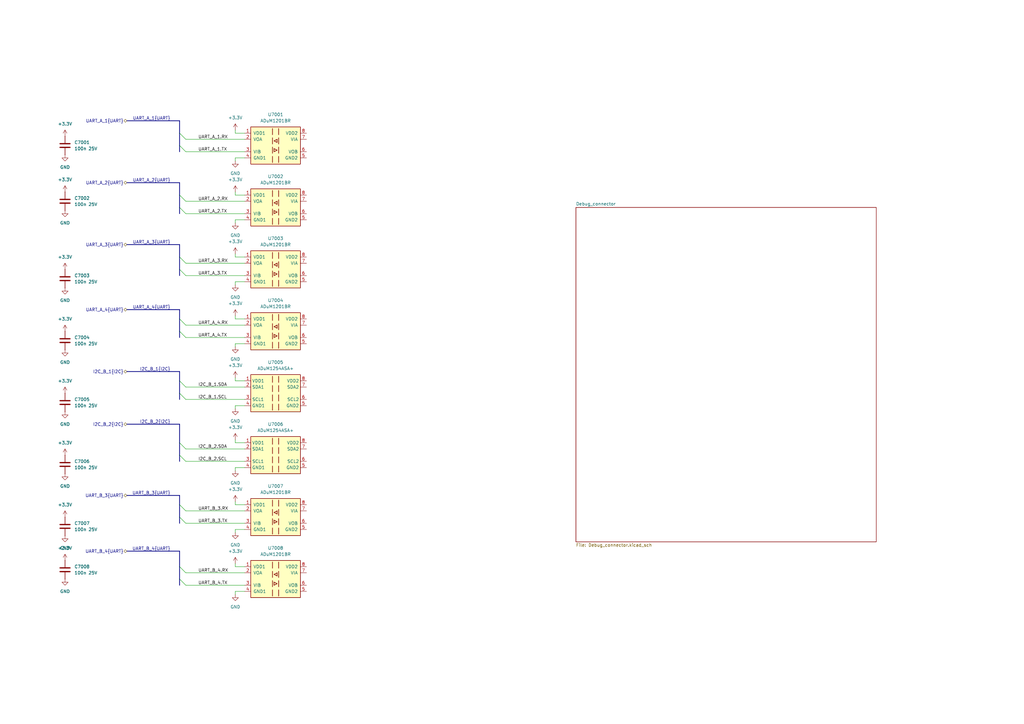
<source format=kicad_sch>
(kicad_sch (version 20231120) (generator "eeschema") (generator_version "8.0")
  (paper "A3")
  (lib_symbols
    (symbol "bt_capacitor:C;M;100n;10p;25V;S;0603" (pin_numbers hide) (pin_names (offset 0.254))
      (property "Reference" "C" (at 0.635 2.54 0))
      (property "Value" "100n 25V" (at 4.635 -2.54 0))
      (symbol "C;M;100n;10p;25V;S;0603_0_1"
        (polyline (pts (xy -2.032 -0.762) (xy 2.032 -0.762)) (stroke (width 0.508)))
        (polyline (pts (xy -2.032 0.762) (xy 2.032 0.762)) (stroke (width 0.508)))
      )
      (symbol "C;M;100n;10p;25V;S;0603_1_1"
        (pin passive line (at 0 3.81 270) (length 2.794) (name "~") (number "1"))
        (pin passive line (at 0 -3.81 90) (length 2.794) (name "~") (number "2"))
      )
    )
    (symbol "bt_communication:ADuM1201BR" (pin_names (offset 1.016))
      (property "Reference" "U" (at -10.16 8.89 0))
      (property "Value" "ADuM1201BR" (at -2.032 8.89 0))
      (symbol "ADuM1201BR_0_1"
        (rectangle (start -10.16 7.62) (end 10.16 -7.62) (stroke (width 0.254)) (fill (type background)))
        (polyline (pts (xy -1.27 -4.445) (xy -1.27 -6.985)) (stroke (width 0.254)))
        (polyline (pts (xy -1.27 -0.635) (xy -1.27 -3.175)) (stroke (width 0.254)))
        (polyline (pts (xy -1.27 3.175) (xy -1.27 0.635)) (stroke (width 0.254)))
        (polyline (pts (xy -1.27 6.985) (xy -1.27 4.445)) (stroke (width 0.254)))
        (polyline (pts (xy 1.27 -4.445) (xy 1.27 -6.985)) (stroke (width 0.254)))
        (polyline (pts (xy 1.27 -0.635) (xy 1.27 -3.175)) (stroke (width 0.254)))
        (polyline (pts (xy 1.27 3.175) (xy 1.27 0.635)) (stroke (width 0.254)))
        (polyline (pts (xy 1.27 6.985) (xy 1.27 4.445)) (stroke (width 0.254)))
        (polyline (pts (xy -0.635 -1.27) (xy -0.635 -2.54) (xy 0.635 -1.905) (xy -0.635 -1.27)) (stroke (width 0.254)))
        (polyline (pts (xy 0.635 2.54) (xy 0.635 1.27) (xy -0.635 1.905) (xy 0.635 2.54)) (stroke (width 0.254)))
      )
      (symbol "ADuM1201BR_1_1"
        (pin power_in line (at -12.7 5.08 0) (length 2.54) (name "VDD1") (number "1"))
        (pin output line (at -12.7 2.54 0) (length 2.54) (name "VOA") (number "2"))
        (pin input line (at -12.7 -2.54 0) (length 2.54) (name "VIB") (number "3"))
        (pin power_in line (at -12.7 -5.08 0) (length 2.54) (name "GND1") (number "4"))
        (pin power_in line (at 12.7 -5.08 180) (length 2.54) (name "GND2") (number "5"))
        (pin output line (at 12.7 -2.54 180) (length 2.54) (name "VOB") (number "6"))
        (pin input line (at 12.7 2.54 180) (length 2.54) (name "VIA") (number "7"))
        (pin power_in line (at 12.7 5.08 180) (length 2.54) (name "VDD2") (number "8"))
      )
    )
    (symbol "bt_communication:ADuM1254ASA+"
      (property "Reference" "U" (at -10.16 8.89 0))
      (property "Value" "ADuM1254ASA+" (at -2.032 8.89 0))
      (symbol "ADuM1254ASA+_0_1"
        (rectangle (start -10.16 7.62) (end 10.16 -7.62) (stroke (width 0.254)) (fill (type background)))
        (polyline (pts (xy -1.27 -4.445) (xy -1.27 -6.985)) (stroke (width 0.254)))
        (polyline (pts (xy -1.27 -0.635) (xy -1.27 -3.175)) (stroke (width 0.254)))
        (polyline (pts (xy -1.27 3.175) (xy -1.27 0.635)) (stroke (width 0.254)))
        (polyline (pts (xy -1.27 6.985) (xy -1.27 4.445)) (stroke (width 0.254)))
        (polyline (pts (xy 1.27 -4.445) (xy 1.27 -6.985)) (stroke (width 0.254)))
        (polyline (pts (xy 1.27 -0.635) (xy 1.27 -3.175)) (stroke (width 0.254)))
        (polyline (pts (xy 1.27 3.175) (xy 1.27 0.635)) (stroke (width 0.254)))
        (polyline (pts (xy 1.27 6.985) (xy 1.27 4.445)) (stroke (width 0.254)))
      )
      (symbol "ADuM1254ASA+_1_1"
        (pin power_in line (at -12.7 5.08 0) (length 2.54) (name "VDD1") (number "1"))
        (pin bidirectional line (at -12.7 2.54 0) (length 2.54) (name "SDA1") (number "2"))
        (pin bidirectional line (at -12.7 -2.54 0) (length 2.54) (name "SCL1") (number "3"))
        (pin power_in line (at -12.7 -5.08 0) (length 2.54) (name "GND1") (number "4"))
        (pin power_in line (at 12.7 -5.08 180) (length 2.54) (name "GND2") (number "5"))
        (pin bidirectional line (at 12.7 -2.54 180) (length 2.54) (name "SCL2") (number "6"))
        (pin bidirectional line (at 12.7 2.54 180) (length 2.54) (name "SDA2") (number "7"))
        (pin power_in line (at 12.7 5.08 180) (length 2.54) (name "VDD2") (number "8"))
      )
    )
    (symbol "power:+3.3V" (power) (pin_numbers hide) (pin_names (offset 0) hide)
      (property "Value" "+3.3V" (at 0 3.556 0))
      (symbol "+3.3V_0_1"
        (polyline (pts (xy -0.762 1.27) (xy 0 2.54)))
        (polyline (pts (xy 0 0) (xy 0 2.54)))
        (polyline (pts (xy 0 2.54) (xy 0.762 1.27)))
      )
      (symbol "+3.3V_1_1"
        (pin power_in line (at 0 0 90) (length 0) (name "~") (number "1"))
      )
    )
    (symbol "power:GND" (power) (pin_numbers hide) (pin_names (offset 0) hide)
      (property "Value" "GND" (at 0 -3.81 0))
      (symbol "GND_0_1"
        (polyline (pts (xy 0 0) (xy 0 -1.27) (xy 1.27 -1.27) (xy 0 -2.54) (xy -1.27 -1.27) (xy 0 -1.27)))
      )
      (symbol "GND_1_1"
        (pin power_in line (at 0 0 270) (length 0) (name "~") (number "1"))
      )
    )
  )
  (bus_alias "I2C" (members "SCL" "SDA"))
  (bus_entry (at 73.66 207.01) (size 2.54 2.54))
  (bus_entry (at 73.66 130.81) (size 2.54 2.54))
  (bus_entry (at 73.66 232.41) (size 2.54 2.54))
  (bus_entry (at 73.66 110.49) (size 2.54 2.54))
  (bus_entry (at 73.66 156.21) (size 2.54 2.54))
  (bus_entry (at 73.66 181.61) (size 2.54 2.54))
  (bus_entry (at 73.66 85.09) (size 2.54 2.54))
  (bus_entry (at 73.66 80.01) (size 2.54 2.54))
  (bus_entry (at 73.66 186.69) (size 2.54 2.54))
  (bus_entry (at 73.66 212.09) (size 2.54 2.54))
  (bus_entry (at 73.66 54.61) (size 2.54 2.54))
  (bus_entry (at 73.66 161.29) (size 2.54 2.54))
  (bus_entry (at 73.66 59.69) (size 2.54 2.54))
  (bus_entry (at 73.66 105.41) (size 2.54 2.54))
  (bus_entry (at 73.66 237.49) (size 2.54 2.54))
  (bus_entry (at 73.66 135.89) (size 2.54 2.54))
  (wire (pts (xy 96.52 53.34) (xy 96.52 54.61)))
  (bus (pts (xy 73.66 232.41) (xy 73.66 237.49)))
  (wire (pts (xy 76.2 113.03) (xy 100.33 113.03)))
  (wire (pts (xy 96.52 191.77) (xy 96.52 193.04)))
  (wire (pts (xy 100.33 242.57) (xy 96.52 242.57)))
  (bus (pts (xy 52.07 127) (xy 73.66 127)))
  (bus (pts (xy 73.66 203.2) (xy 73.66 207.01)))
  (wire (pts (xy 96.52 231.14) (xy 96.52 232.41)))
  (wire (pts (xy 76.2 57.15) (xy 100.33 57.15)))
  (wire (pts (xy 76.2 158.75) (xy 100.33 158.75)))
  (wire (pts (xy 76.2 62.23) (xy 100.33 62.23)))
  (wire (pts (xy 100.33 217.17) (xy 96.52 217.17)))
  (bus (pts (xy 52.07 100.33) (xy 73.66 100.33)))
  (bus (pts (xy 73.66 49.53) (xy 73.66 54.61)))
  (bus (pts (xy 73.66 156.21) (xy 73.66 161.29)))
  (bus (pts (xy 73.66 181.61) (xy 73.66 186.69)))
  (wire (pts (xy 76.2 133.35) (xy 100.33 133.35)))
  (wire (pts (xy 96.52 140.97) (xy 96.52 142.24)))
  (wire (pts (xy 76.2 87.63) (xy 100.33 87.63)))
  (wire (pts (xy 100.33 166.37) (xy 96.52 166.37)))
  (bus (pts (xy 52.07 152.4) (xy 73.66 152.4)))
  (wire (pts (xy 76.2 240.03) (xy 100.33 240.03)))
  (wire (pts (xy 96.52 154.94) (xy 96.52 156.21)))
  (bus (pts (xy 73.66 85.09) (xy 73.66 87.63)))
  (wire (pts (xy 96.52 90.17) (xy 96.52 91.44)))
  (bus (pts (xy 73.66 80.01) (xy 73.66 85.09)))
  (bus (pts (xy 73.66 212.09) (xy 73.66 214.63)))
  (wire (pts (xy 76.2 214.63) (xy 100.33 214.63)))
  (wire (pts (xy 100.33 54.61) (xy 96.52 54.61)))
  (wire (pts (xy 96.52 64.77) (xy 96.52 66.04)))
  (bus (pts (xy 73.66 237.49) (xy 73.66 240.03)))
  (wire (pts (xy 96.52 78.74) (xy 96.52 80.01)))
  (bus (pts (xy 52.07 203.2) (xy 73.66 203.2)))
  (bus (pts (xy 73.66 135.89) (xy 73.66 138.43)))
  (wire (pts (xy 76.2 234.95) (xy 100.33 234.95)))
  (wire (pts (xy 100.33 90.17) (xy 96.52 90.17)))
  (bus (pts (xy 73.66 207.01) (xy 73.66 212.09)))
  (wire (pts (xy 96.52 242.57) (xy 96.52 243.84)))
  (bus (pts (xy 73.66 186.69) (xy 73.66 189.23)))
  (bus (pts (xy 73.66 110.49) (xy 73.66 113.03)))
  (wire (pts (xy 96.52 205.74) (xy 96.52 207.01)))
  (bus (pts (xy 73.66 226.06) (xy 73.66 232.41)))
  (wire (pts (xy 100.33 115.57) (xy 96.52 115.57)))
  (wire (pts (xy 76.2 184.15) (xy 100.33 184.15)))
  (bus (pts (xy 52.07 74.93) (xy 73.66 74.93)))
  (bus (pts (xy 73.66 74.93) (xy 73.66 80.01)))
  (wire (pts (xy 76.2 107.95) (xy 100.33 107.95)))
  (wire (pts (xy 96.52 104.14) (xy 96.52 105.41)))
  (wire (pts (xy 96.52 166.37) (xy 96.52 167.64)))
  (wire (pts (xy 76.2 163.83) (xy 100.33 163.83)))
  (wire (pts (xy 96.52 129.54) (xy 96.52 130.81)))
  (wire (pts (xy 96.52 180.34) (xy 96.52 181.61)))
  (wire (pts (xy 100.33 80.01) (xy 96.52 80.01)))
  (bus (pts (xy 73.66 59.69) (xy 73.66 62.23)))
  (wire (pts (xy 100.33 156.21) (xy 96.52 156.21)))
  (bus (pts (xy 73.66 127) (xy 73.66 130.81)))
  (wire (pts (xy 100.33 181.61) (xy 96.52 181.61)))
  (wire (pts (xy 76.2 138.43) (xy 100.33 138.43)))
  (bus (pts (xy 73.66 152.4) (xy 73.66 156.21)))
  (wire (pts (xy 76.2 82.55) (xy 100.33 82.55)))
  (bus (pts (xy 52.07 173.99) (xy 73.66 173.99)))
  (bus (pts (xy 73.66 130.81) (xy 73.66 135.89)))
  (bus (pts (xy 52.07 226.06) (xy 73.66 226.06)))
  (wire (pts (xy 100.33 207.01) (xy 96.52 207.01)))
  (wire (pts (xy 100.33 130.81) (xy 96.52 130.81)))
  (wire (pts (xy 100.33 232.41) (xy 96.52 232.41)))
  (bus (pts (xy 73.66 105.41) (xy 73.66 110.49)))
  (wire (pts (xy 100.33 191.77) (xy 96.52 191.77)))
  (wire (pts (xy 96.52 217.17) (xy 96.52 218.44)))
  (bus (pts (xy 73.66 100.33) (xy 73.66 105.41)))
  (bus (pts (xy 73.66 54.61) (xy 73.66 59.69)))
  (bus (pts (xy 73.66 161.29) (xy 73.66 163.83)))
  (bus (pts (xy 52.07 49.53) (xy 73.66 49.53)))
  (bus (pts (xy 73.66 173.99) (xy 73.66 181.61)))
  (wire (pts (xy 100.33 105.41) (xy 96.52 105.41)))
  (wire (pts (xy 100.33 140.97) (xy 96.52 140.97)))
  (wire (pts (xy 100.33 64.77) (xy 96.52 64.77)))
  (wire (pts (xy 76.2 209.55) (xy 100.33 209.55)))
  (wire (pts (xy 96.52 115.57) (xy 96.52 116.84)))
  (wire (pts (xy 76.2 189.23) (xy 100.33 189.23)))
  (label "UART_A_1.RX" (at 81.28 57.15 0))
  (label "UART_A_3{UART}" (at 69.85 100.33 180))
  (label "UART_A_1.TX" (at 81.28 62.23 0))
  (label "I2C_B_1.SCL" (at 81.28 163.83 0))
  (label "I2C_B_1{I2C}" (at 69.85 152.4 180))
  (label "I2C_B_2.SCL" (at 81.28 189.23 0))
  (label "UART_B_4.TX" (at 81.28 240.03 0))
  (label "UART_A_2.RX" (at 81.28 82.55 0))
  (label "UART_B_3{UART}" (at 69.85 203.2 180))
  (label "I2C_B_2{I2C}" (at 69.85 173.99 180))
  (label "UART_B_4.RX" (at 81.28 234.95 0))
  (label "I2C_B_2.SDA" (at 81.28 184.15 0))
  (label "UART_B_3.RX" (at 81.28 209.55 0))
  (label "I2C_B_1.SDA" (at 81.28 158.75 0))
  (label "UART_A_4{UART}" (at 69.85 127 180))
  (label "UART_A_3.TX" (at 81.28 113.03 0))
  (label "UART_A_2.TX" (at 81.28 87.63 0))
  (label "UART_B_4{UART}" (at 69.85 226.06 180))
  (label "UART_A_4.TX" (at 81.28 138.43 0))
  (label "UART_A_1{UART}" (at 69.85 49.53 180))
  (label "UART_A_2{UART}" (at 69.85 74.93 180))
  (label "UART_B_3.TX" (at 81.28 214.63 0))
  (label "UART_A_4.RX" (at 81.28 133.35 0))
  (label "UART_A_3.RX" (at 81.28 107.95 0))
  (hierarchical_label "UART_A_1{UART}" (shape bidirectional) (at 52.07 49.53 180))
  (hierarchical_label "UART_A_4{UART}" (shape bidirectional) (at 52.07 127 180))
  (hierarchical_label "I2C_B_1{I2C}" (shape bidirectional) (at 52.07 152.4 180))
  (hierarchical_label "UART_A_3{UART}" (shape bidirectional) (at 52.07 100.33 180))
  (hierarchical_label "UART_B_3{UART}" (shape bidirectional) (at 52.07 203.2 180))
  (hierarchical_label "UART_B_4{UART}" (shape bidirectional) (at 52.07 226.06 180))
  (hierarchical_label "I2C_B_2{I2C}" (shape bidirectional) (at 52.07 173.99 180))
  (hierarchical_label "UART_A_2{UART}" (shape bidirectional) (at 52.07 74.93 180))
  (symbol (lib_id "power:+3.3V") (at 96.52 78.74 0) (unit 1)
    (property "Reference" "#PWR07019" (effects (hide yes)))
    (property "Value" "+3.3V" (at 96.52 73.66 0))
    (property "Description" "Power symbol creates a global label with name \"+3.3V\"" (effects (hide yes)))
  )
  (symbol (lib_id "bt_communication:ADuM1201BR") (at 113.03 212.09 0) (unit 1)
    (property "Reference" "U7007" (at 113.03 199.39 0))
    (property "Value" "ADuM1201BR" (at 113.03 201.93 0))
    (property "Footprint" "Package_SO:SOIC-8_3.9x4.9mm_P1.27mm" (effects (hide yes)))
    (property "Datasheet" "https://www.analog.com/static/imported-files/data_sheets/ADuM1200_1201.pdf" (effects (hide yes)))
    (property "Description" "Dual-Channel Digital Isolator, 10Mbps 50ns, bidirectional communication, 3V/5V level translation, SOIC-8" (effects (hide yes)))
    (property "CPN" "BT02004-00001" (effects (hide yes)))
    (property "MPN" "ADuM1201BRZ" (effects (hide yes)))
  )
  (symbol (lib_id "bt_communication:ADuM1254ASA+") (at 113.03 186.69 0) (unit 1)
    (property "Reference" "U7006" (at 113.03 173.99 0))
    (property "Value" "ADuM1254ASA+" (at 113.03 176.53 0))
    (property "Footprint" "Package_SO:SOIC-8_3.9x4.9mm_P1.27mm" (effects (hide yes)))
    (property "Datasheet" "https://www.analog.com/media/en/technical-documentation/data-sheets/ADuM1250_1251.pdf" (effects (hide yes)))
    (property "Description" "Dual-channel I2C digital isolator, Bidirectional communication, 3V/5V level translation, SOIC-8" (effects (hide yes)))
    (property "MPN" "ADuM1254ASA+" (effects (hide yes)))
    (property "CPN" "BT02005-00001" (effects (hide yes)))
  )
  (symbol (lib_id "power:GND") (at 96.52 167.64 0) (unit 1)
    (property "Reference" "#PWR07032" (effects (hide yes)))
    (property "Value" "GND" (at 96.52 172.72 0))
    (property "Description" "Power symbol creates a global label with name \"GND\" , ground" (effects (hide yes)))
  )
  (symbol (lib_id "bt_capacitor:C;M;100n;10p;25V;S;0603") (at 26.67 59.69 0) (unit 1)
    (property "Reference" "C7001" (at 30.48 58.4199 0) (effects (justify left)))
    (property "Value" "100n 25V" (at 30.48 60.9599 0) (effects (justify left)))
    (property "Footprint" "Capacitor_SMD:C_0603_1608Metric" (effects (hide yes)))
    (property "Description" "Capacitor" (effects (hide yes)))
    (property "MPN" "C;C;T1;S;P0603;NA" (effects (hide yes)))
    (property "CPN" "BT00008-090680" (effects (hide yes)))
  )
  (symbol (lib_id "power:+3.3V") (at 26.67 110.49 0) (unit 1)
    (property "Reference" "#PWR07007" (effects (hide yes)))
    (property "Value" "+3.3V" (at 26.67 105.41 0))
    (property "Description" "Power symbol creates a global label with name \"+3.3V\"" (effects (hide yes)))
  )
  (symbol (lib_id "power:+3.3V") (at 96.52 205.74 0) (unit 1)
    (property "Reference" "#PWR07027" (effects (hide yes)))
    (property "Value" "+3.3V" (at 96.52 200.66 0))
    (property "Description" "Power symbol creates a global label with name \"+3.3V\"" (effects (hide yes)))
  )
  (symbol (lib_id "power:GND") (at 96.52 91.44 0) (unit 1)
    (property "Reference" "#PWR07020" (effects (hide yes)))
    (property "Value" "GND" (at 96.52 96.52 0))
    (property "Description" "Power symbol creates a global label with name \"GND\" , ground" (effects (hide yes)))
  )
  (symbol (lib_id "power:GND") (at 26.67 143.51 0) (unit 1)
    (property "Reference" "#PWR07010" (effects (hide yes)))
    (property "Value" "GND" (at 26.67 148.59 0))
    (property "Description" "Power symbol creates a global label with name \"GND\" , ground" (effects (hide yes)))
  )
  (symbol (lib_id "bt_communication:ADuM1201BR") (at 113.03 135.89 0) (unit 1)
    (property "Reference" "U7004" (at 113.03 123.19 0))
    (property "Value" "ADuM1201BR" (at 113.03 125.73 0))
    (property "Footprint" "Package_SO:SOIC-8_3.9x4.9mm_P1.27mm" (effects (hide yes)))
    (property "Datasheet" "https://www.analog.com/static/imported-files/data_sheets/ADuM1200_1201.pdf" (effects (hide yes)))
    (property "Description" "Dual-Channel Digital Isolator, 10Mbps 50ns, bidirectional communication, 3V/5V level translation, SOIC-8" (effects (hide yes)))
    (property "CPN" "BT02004-00001" (effects (hide yes)))
    (property "MPN" "ADuM1201BRZ" (effects (hide yes)))
  )
  (symbol (lib_id "power:+3.3V") (at 26.67 78.74 0) (unit 1)
    (property "Reference" "#PWR07005" (effects (hide yes)))
    (property "Value" "+3.3V" (at 26.67 73.66 0))
    (property "Description" "Power symbol creates a global label with name \"+3.3V\"" (effects (hide yes)))
  )
  (symbol (lib_id "power:GND") (at 96.52 142.24 0) (unit 1)
    (property "Reference" "#PWR07024" (effects (hide yes)))
    (property "Value" "GND" (at 96.52 147.32 0))
    (property "Description" "Power symbol creates a global label with name \"GND\" , ground" (effects (hide yes)))
  )
  (symbol (lib_id "bt_capacitor:C;M;100n;10p;25V;S;0603") (at 26.67 114.3 0) (unit 1)
    (property "Reference" "C7003" (at 30.48 113.0299 0) (effects (justify left)))
    (property "Value" "100n 25V" (at 30.48 115.5699 0) (effects (justify left)))
    (property "Footprint" "Capacitor_SMD:C_0603_1608Metric" (effects (hide yes)))
    (property "Description" "Capacitor" (effects (hide yes)))
    (property "MPN" "C;C;T1;S;P0603;NA" (effects (hide yes)))
    (property "CPN" "BT00008-090680" (effects (hide yes)))
  )
  (symbol (lib_id "power:+3.3V") (at 26.67 135.89 0) (unit 1)
    (property "Reference" "#PWR07009" (effects (hide yes)))
    (property "Value" "+3.3V" (at 26.67 130.81 0))
    (property "Description" "Power symbol creates a global label with name \"+3.3V\"" (effects (hide yes)))
  )
  (symbol (lib_id "power:+3.3V") (at 96.52 154.94 0) (unit 1)
    (property "Reference" "#PWR07031" (effects (hide yes)))
    (property "Value" "+3.3V" (at 96.52 149.86 0))
    (property "Description" "Power symbol creates a global label with name \"+3.3V\"" (effects (hide yes)))
  )
  (symbol (lib_id "bt_communication:ADuM1201BR") (at 113.03 59.69 0) (unit 1)
    (property "Reference" "U7001" (at 113.03 46.99 0))
    (property "Value" "ADuM1201BR" (at 113.03 49.53 0))
    (property "Footprint" "Package_SO:SOIC-8_3.9x4.9mm_P1.27mm" (effects (hide yes)))
    (property "Datasheet" "https://www.analog.com/static/imported-files/data_sheets/ADuM1200_1201.pdf" (effects (hide yes)))
    (property "Description" "Dual-Channel Digital Isolator, 10Mbps 50ns, bidirectional communication, 3V/5V level translation, SOIC-8" (effects (hide yes)))
    (property "CPN" "BT02004-00001" (effects (hide yes)))
    (property "MPN" "ADuM1201BRZ" (effects (hide yes)))
  )
  (symbol (lib_id "power:+3.3V") (at 96.52 104.14 0) (unit 1)
    (property "Reference" "#PWR07021" (effects (hide yes)))
    (property "Value" "+3.3V" (at 96.52 99.06 0))
    (property "Description" "Power symbol creates a global label with name \"+3.3V\"" (effects (hide yes)))
  )
  (symbol (lib_id "power:GND") (at 26.67 237.49 0) (unit 1)
    (property "Reference" "#PWR07002" (effects (hide yes)))
    (property "Value" "GND" (at 26.67 242.57 0))
    (property "Description" "Power symbol creates a global label with name \"GND\" , ground" (effects (hide yes)))
  )
  (symbol (lib_id "power:GND") (at 96.52 116.84 0) (unit 1)
    (property "Reference" "#PWR07022" (effects (hide yes)))
    (property "Value" "GND" (at 96.52 121.92 0))
    (property "Description" "Power symbol creates a global label with name \"GND\" , ground" (effects (hide yes)))
  )
  (symbol (lib_id "power:GND") (at 26.67 219.71 0) (unit 1)
    (property "Reference" "#PWR07016" (effects (hide yes)))
    (property "Value" "GND" (at 26.67 224.79 0))
    (property "Description" "Power symbol creates a global label with name \"GND\" , ground" (effects (hide yes)))
  )
  (symbol (lib_id "power:GND") (at 26.67 118.11 0) (unit 1)
    (property "Reference" "#PWR07008" (effects (hide yes)))
    (property "Value" "GND" (at 26.67 123.19 0))
    (property "Description" "Power symbol creates a global label with name \"GND\" , ground" (effects (hide yes)))
  )
  (symbol (lib_id "bt_capacitor:C;M;100n;10p;25V;S;0603") (at 26.67 82.55 0) (unit 1)
    (property "Reference" "C7002" (at 30.48 81.2799 0) (effects (justify left)))
    (property "Value" "100n 25V" (at 30.48 83.8199 0) (effects (justify left)))
    (property "Footprint" "Capacitor_SMD:C_0603_1608Metric" (effects (hide yes)))
    (property "Description" "Capacitor" (effects (hide yes)))
    (property "MPN" "C;C;T1;S;P0603;NA" (effects (hide yes)))
    (property "CPN" "BT00008-090680" (effects (hide yes)))
  )
  (symbol (lib_id "bt_capacitor:C;M;100n;10p;25V;S;0603") (at 26.67 165.1 0) (unit 1)
    (property "Reference" "C7005" (at 30.48 163.8299 0) (effects (justify left)))
    (property "Value" "100n 25V" (at 30.48 166.3699 0) (effects (justify left)))
    (property "Footprint" "Capacitor_SMD:C_0603_1608Metric" (effects (hide yes)))
    (property "Description" "Capacitor" (effects (hide yes)))
    (property "MPN" "C;C;T1;S;P0603;NA" (effects (hide yes)))
    (property "CPN" "BT00008-090680" (effects (hide yes)))
  )
  (symbol (lib_id "power:+3.3V") (at 26.67 161.29 0) (unit 1)
    (property "Reference" "#PWR07011" (effects (hide yes)))
    (property "Value" "+3.3V" (at 26.67 156.21 0))
    (property "Description" "Power symbol creates a global label with name \"+3.3V\"" (effects (hide yes)))
  )
  (symbol (lib_id "power:GND") (at 96.52 218.44 0) (unit 1)
    (property "Reference" "#PWR07028" (effects (hide yes)))
    (property "Value" "GND" (at 96.52 223.52 0))
    (property "Description" "Power symbol creates a global label with name \"GND\" , ground" (effects (hide yes)))
  )
  (symbol (lib_id "power:GND") (at 26.67 194.31 0) (unit 1)
    (property "Reference" "#PWR07014" (effects (hide yes)))
    (property "Value" "GND" (at 26.67 199.39 0))
    (property "Description" "Power symbol creates a global label with name \"GND\" , ground" (effects (hide yes)))
  )
  (symbol (lib_id "bt_communication:ADuM1201BR") (at 113.03 237.49 0) (unit 1)
    (property "Reference" "U7008" (at 113.03 224.79 0))
    (property "Value" "ADuM1201BR" (at 113.03 227.33 0))
    (property "Footprint" "Package_SO:SOIC-8_3.9x4.9mm_P1.27mm" (effects (hide yes)))
    (property "Datasheet" "https://www.analog.com/static/imported-files/data_sheets/ADuM1200_1201.pdf" (effects (hide yes)))
    (property "Description" "Dual-Channel Digital Isolator, 10Mbps 50ns, bidirectional communication, 3V/5V level translation, SOIC-8" (effects (hide yes)))
    (property "CPN" "BT02004-00001" (effects (hide yes)))
    (property "MPN" "ADuM1201BRZ" (effects (hide yes)))
  )
  (symbol (lib_id "power:GND") (at 26.67 168.91 0) (unit 1)
    (property "Reference" "#PWR07012" (effects (hide yes)))
    (property "Value" "GND" (at 26.67 173.99 0))
    (property "Description" "Power symbol creates a global label with name \"GND\" , ground" (effects (hide yes)))
  )
  (symbol (lib_id "bt_capacitor:C;M;100n;10p;25V;S;0603") (at 26.67 233.68 0) (unit 1)
    (property "Reference" "C7008" (at 30.48 232.4099 0) (effects (justify left)))
    (property "Value" "100n 25V" (at 30.48 234.9499 0) (effects (justify left)))
    (property "Footprint" "Capacitor_SMD:C_0603_1608Metric" (effects (hide yes)))
    (property "Description" "Capacitor" (effects (hide yes)))
    (property "MPN" "C;C;T1;S;P0603;NA" (effects (hide yes)))
    (property "CPN" "BT00008-090680" (effects (hide yes)))
  )
  (symbol (lib_id "power:+3.3V") (at 96.52 129.54 0) (unit 1)
    (property "Reference" "#PWR07023" (effects (hide yes)))
    (property "Value" "+3.3V" (at 96.52 124.46 0))
    (property "Description" "Power symbol creates a global label with name \"+3.3V\"" (effects (hide yes)))
  )
  (symbol (lib_id "power:+3.3V") (at 26.67 229.87 0) (unit 1)
    (property "Reference" "#PWR07001" (effects (hide yes)))
    (property "Value" "+3.3V" (at 26.67 224.79 0))
    (property "Description" "Power symbol creates a global label with name \"+3.3V\"" (effects (hide yes)))
  )
  (symbol (lib_id "power:GND") (at 96.52 243.84 0) (unit 1)
    (property "Reference" "#PWR07030" (effects (hide yes)))
    (property "Value" "GND" (at 96.52 248.92 0))
    (property "Description" "Power symbol creates a global label with name \"GND\" , ground" (effects (hide yes)))
  )
  (symbol (lib_id "bt_capacitor:C;M;100n;10p;25V;S;0603") (at 26.67 215.9 0) (unit 1)
    (property "Reference" "C7007" (at 30.48 214.6299 0) (effects (justify left)))
    (property "Value" "100n 25V" (at 30.48 217.1699 0) (effects (justify left)))
    (property "Footprint" "Capacitor_SMD:C_0603_1608Metric" (effects (hide yes)))
    (property "Description" "Capacitor" (effects (hide yes)))
    (property "MPN" "C;C;T1;S;P0603;NA" (effects (hide yes)))
    (property "CPN" "BT00008-090680" (effects (hide yes)))
  )
  (symbol (lib_id "bt_capacitor:C;M;100n;10p;25V;S;0603") (at 26.67 139.7 0) (unit 1)
    (property "Reference" "C7004" (at 30.48 138.4299 0) (effects (justify left)))
    (property "Value" "100n 25V" (at 30.48 140.9699 0) (effects (justify left)))
    (property "Footprint" "Capacitor_SMD:C_0603_1608Metric" (effects (hide yes)))
    (property "Description" "Capacitor" (effects (hide yes)))
    (property "MPN" "C;C;T1;S;P0603;NA" (effects (hide yes)))
    (property "CPN" "BT00008-090680" (effects (hide yes)))
  )
  (symbol (lib_id "power:GND") (at 96.52 66.04 0) (unit 1)
    (property "Reference" "#PWR07018" (effects (hide yes)))
    (property "Value" "GND" (at 96.52 71.12 0))
    (property "Description" "Power symbol creates a global label with name \"GND\" , ground" (effects (hide yes)))
  )
  (symbol (lib_id "power:GND") (at 26.67 86.36 0) (unit 1)
    (property "Reference" "#PWR07006" (effects (hide yes)))
    (property "Value" "GND" (at 26.67 91.44 0))
    (property "Description" "Power symbol creates a global label with name \"GND\" , ground" (effects (hide yes)))
  )
  (symbol (lib_id "bt_communication:ADuM1254ASA+") (at 113.03 161.29 0) (unit 1)
    (property "Reference" "U7005" (at 113.03 148.59 0))
    (property "Value" "ADuM1254ASA+" (at 113.03 151.13 0))
    (property "Footprint" "Package_SO:SOIC-8_3.9x4.9mm_P1.27mm" (effects (hide yes)))
    (property "Datasheet" "https://www.analog.com/media/en/technical-documentation/data-sheets/ADuM1250_1251.pdf" (effects (hide yes)))
    (property "Description" "Dual-channel I2C digital isolator, Bidirectional communication, 3V/5V level translation, SOIC-8" (effects (hide yes)))
    (property "MPN" "ADuM1254ASA+" (effects (hide yes)))
    (property "CPN" "BT02005-00001" (effects (hide yes)))
  )
  (symbol (lib_id "bt_communication:ADuM1201BR") (at 113.03 85.09 0) (unit 1)
    (property "Reference" "U7002" (at 113.03 72.39 0))
    (property "Value" "ADuM1201BR" (at 113.03 74.93 0))
    (property "Footprint" "Package_SO:SOIC-8_3.9x4.9mm_P1.27mm" (effects (hide yes)))
    (property "Datasheet" "https://www.analog.com/static/imported-files/data_sheets/ADuM1200_1201.pdf" (effects (hide yes)))
    (property "Description" "Dual-Channel Digital Isolator, 10Mbps 50ns, bidirectional communication, 3V/5V level translation, SOIC-8" (effects (hide yes)))
    (property "CPN" "BT02004-00001" (effects (hide yes)))
    (property "MPN" "ADuM1201BRZ" (effects (hide yes)))
  )
  (symbol (lib_id "power:+3.3V") (at 96.52 53.34 0) (unit 1)
    (property "Reference" "#PWR07017" (effects (hide yes)))
    (property "Value" "+3.3V" (at 96.52 48.26 0))
    (property "Description" "Power symbol creates a global label with name \"+3.3V\"" (effects (hide yes)))
  )
  (symbol (lib_id "power:+3.3V") (at 96.52 180.34 0) (unit 1)
    (property "Reference" "#PWR07025" (effects (hide yes)))
    (property "Value" "+3.3V" (at 96.52 175.26 0))
    (property "Description" "Power symbol creates a global label with name \"+3.3V\"" (effects (hide yes)))
  )
  (symbol (lib_id "power:GND") (at 96.52 193.04 0) (unit 1)
    (property "Reference" "#PWR07026" (effects (hide yes)))
    (property "Value" "GND" (at 96.52 198.12 0))
    (property "Description" "Power symbol creates a global label with name \"GND\" , ground" (effects (hide yes)))
  )
  (symbol (lib_id "power:+3.3V") (at 96.52 231.14 0) (unit 1)
    (property "Reference" "#PWR07029" (effects (hide yes)))
    (property "Value" "+3.3V" (at 96.52 226.06 0))
    (property "Description" "Power symbol creates a global label with name \"+3.3V\"" (effects (hide yes)))
  )
  (symbol (lib_id "power:+3.3V") (at 26.67 186.69 0) (unit 1)
    (property "Reference" "#PWR07013" (effects (hide yes)))
    (property "Value" "+3.3V" (at 26.67 181.61 0))
    (property "Description" "Power symbol creates a global label with name \"+3.3V\"" (effects (hide yes)))
  )
  (symbol (lib_id "power:+3.3V") (at 26.67 212.09 0) (unit 1)
    (property "Reference" "#PWR07015" (effects (hide yes)))
    (property "Value" "+3.3V" (at 26.67 207.01 0))
    (property "Description" "Power symbol creates a global label with name \"+3.3V\"" (effects (hide yes)))
  )
  (symbol (lib_id "power:+3.3V") (at 26.67 55.88 0) (unit 1)
    (property "Reference" "#PWR07003" (effects (hide yes)))
    (property "Value" "+3.3V" (at 26.67 50.8 0))
    (property "Description" "Power symbol creates a global label with name \"+3.3V\"" (effects (hide yes)))
  )
  (symbol (lib_id "power:GND") (at 26.67 63.5 0) (unit 1)
    (property "Reference" "#PWR07004" (effects (hide yes)))
    (property "Value" "GND" (at 26.67 68.58 0))
    (property "Description" "Power symbol creates a global label with name \"GND\" , ground" (effects (hide yes)))
  )
  (symbol (lib_id "bt_capacitor:C;M;100n;10p;25V;S;0603") (at 26.67 190.5 0) (unit 1)
    (property "Reference" "C7006" (at 30.48 189.2299 0) (effects (justify left)))
    (property "Value" "100n 25V" (at 30.48 191.7699 0) (effects (justify left)))
    (property "Footprint" "Capacitor_SMD:C_0603_1608Metric" (effects (hide yes)))
    (property "Description" "Capacitor" (effects (hide yes)))
    (property "MPN" "C;C;T1;S;P0603;NA" (effects (hide yes)))
    (property "CPN" "BT00008-090680" (effects (hide yes)))
  )
  (symbol (lib_id "bt_communication:ADuM1201BR") (at 113.03 110.49 0) (unit 1)
    (property "Reference" "U7003" (at 113.03 97.79 0))
    (property "Value" "ADuM1201BR" (at 113.03 100.33 0))
    (property "Footprint" "Package_SO:SOIC-8_3.9x4.9mm_P1.27mm" (effects (hide yes)))
    (property "Datasheet" "https://www.analog.com/static/imported-files/data_sheets/ADuM1200_1201.pdf" (effects (hide yes)))
    (property "Description" "Dual-Channel Digital Isolator, 10Mbps 50ns, bidirectional communication, 3V/5V level translation, SOIC-8" (effects (hide yes)))
    (property "CPN" "BT02004-00001" (effects (hide yes)))
    (property "MPN" "ADuM1201BRZ" (effects (hide yes)))
  )
  (sheet (at 236.22 85.09) (size 123.19 137.16) (stroke (width 0.1524))
    (property "Sheetname" "Debug_connector" (at 236.22 84.3784 0) (effects (justify left bottom)))
    (property "Sheetfile" "Debug_connector.kicad_sch" (at 236.22 222.8346 0) (effects (justify left top)))
  )
)
</source>
